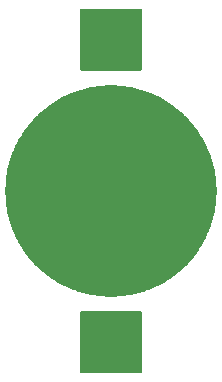
<source format=gbr>
G04 #@! TF.GenerationSoftware,KiCad,Pcbnew,7.0.9*
G04 #@! TF.CreationDate,2024-02-10T14:11:46+01:00*
G04 #@! TF.ProjectId,parasite,70617261-7369-4746-952e-6b696361645f,2.0.0*
G04 #@! TF.SameCoordinates,Original*
G04 #@! TF.FileFunction,Soldermask,Bot*
G04 #@! TF.FilePolarity,Negative*
%FSLAX46Y46*%
G04 Gerber Fmt 4.6, Leading zero omitted, Abs format (unit mm)*
G04 Created by KiCad (PCBNEW 7.0.9) date 2024-02-10 14:11:46*
%MOMM*%
%LPD*%
G01*
G04 APERTURE LIST*
G04 APERTURE END LIST*
G36*
X69669134Y-65358806D02*
G01*
X69685355Y-65369645D01*
X69696194Y-65385866D01*
X69700000Y-65405000D01*
X69700000Y-70505000D01*
X69696194Y-70524134D01*
X69685355Y-70540355D01*
X69669134Y-70551194D01*
X69650000Y-70555000D01*
X64550000Y-70555000D01*
X64530866Y-70551194D01*
X64514645Y-70540355D01*
X64503806Y-70524134D01*
X64500000Y-70505000D01*
X64500000Y-65405000D01*
X64503806Y-65385866D01*
X64514645Y-65369645D01*
X64530866Y-65358806D01*
X64550000Y-65355000D01*
X69650000Y-65355000D01*
X69669134Y-65358806D01*
G37*
G36*
X67250653Y-46209998D02*
G01*
X67399064Y-46209998D01*
X67541106Y-46219506D01*
X67685353Y-46224229D01*
X67841746Y-46239632D01*
X67995856Y-46249949D01*
X68130933Y-46268115D01*
X68268204Y-46281635D01*
X68429594Y-46308280D01*
X68588648Y-46329671D01*
X68716253Y-46355608D01*
X68846035Y-46377035D01*
X69011626Y-46415645D01*
X69174790Y-46448810D01*
X69294503Y-46481602D01*
X69416412Y-46510028D01*
X69585332Y-46561269D01*
X69751666Y-46606833D01*
X69863150Y-46645544D01*
X69976870Y-46680041D01*
X70148180Y-46744517D01*
X70316700Y-46803034D01*
X70419715Y-46846716D01*
X70524988Y-46886338D01*
X70697654Y-46964572D01*
X70867366Y-47036536D01*
X70961791Y-47084251D01*
X71058457Y-47128050D01*
X71231427Y-47220504D01*
X71401207Y-47306298D01*
X71486955Y-47357086D01*
X71574967Y-47404130D01*
X71747152Y-47511201D01*
X71915837Y-47611114D01*
X71992946Y-47664046D01*
X72072313Y-47713400D01*
X72242537Y-47835381D01*
X72408959Y-47949623D01*
X72477547Y-48003786D01*
X72548372Y-48054539D01*
X72715475Y-48191677D01*
X72878369Y-48320313D01*
X72938619Y-48374806D01*
X73001098Y-48426081D01*
X73163835Y-48578502D01*
X73321972Y-48721528D01*
X73374194Y-48775525D01*
X73428557Y-48826442D01*
X73585700Y-48994221D01*
X73737786Y-49151477D01*
X73782294Y-49204121D01*
X73828918Y-49253901D01*
X73979254Y-49437087D01*
X74123954Y-49608238D01*
X74161198Y-49658786D01*
X74200460Y-49706627D01*
X74342697Y-49905119D01*
X74478752Y-50089774D01*
X74509219Y-50137499D01*
X74541599Y-50182686D01*
X74674493Y-50396397D01*
X74800594Y-50593931D01*
X74824843Y-50638180D01*
X74850869Y-50680033D01*
X74973154Y-50908813D01*
X75088044Y-51118459D01*
X75106689Y-51158639D01*
X75126949Y-51196542D01*
X75237439Y-51440399D01*
X75339816Y-51661016D01*
X75353511Y-51696574D01*
X75368661Y-51730011D01*
X75466177Y-51989105D01*
X75554788Y-52219178D01*
X75564246Y-52249669D01*
X75574958Y-52278129D01*
X75658266Y-52552759D01*
X75731999Y-52790451D01*
X75737971Y-52815512D01*
X75744971Y-52838587D01*
X75812975Y-53130244D01*
X75870657Y-53372285D01*
X75873914Y-53391596D01*
X75877964Y-53408964D01*
X75929616Y-53721817D01*
X75970144Y-53962082D01*
X75971485Y-53975417D01*
X75973364Y-53986795D01*
X76007632Y-54334730D01*
X76030014Y-54557206D01*
X76030255Y-54564418D01*
X76030770Y-54569646D01*
X76046779Y-55058661D01*
X76050000Y-55155000D01*
X76046778Y-55251345D01*
X76030770Y-55740353D01*
X76030255Y-55745579D01*
X76030014Y-55752794D01*
X76007628Y-55975316D01*
X75973364Y-56323204D01*
X75971485Y-56334580D01*
X75970144Y-56347918D01*
X75929608Y-56588228D01*
X75877964Y-56901035D01*
X75873915Y-56918400D01*
X75870657Y-56937715D01*
X75812965Y-57179800D01*
X75744971Y-57471412D01*
X75737972Y-57494482D01*
X75731999Y-57519549D01*
X75658252Y-57757285D01*
X75574958Y-58031870D01*
X75564248Y-58060325D01*
X75554788Y-58090822D01*
X75466160Y-58320937D01*
X75368661Y-58579988D01*
X75353513Y-58613418D01*
X75339816Y-58648984D01*
X75237420Y-58869642D01*
X75126949Y-59113457D01*
X75106692Y-59151353D01*
X75088044Y-59191541D01*
X74973145Y-59401203D01*
X74850869Y-59629967D01*
X74824843Y-59671818D01*
X74800594Y-59716069D01*
X74674479Y-59913623D01*
X74541599Y-60127313D01*
X74509224Y-60172491D01*
X74478752Y-60220226D01*
X74342671Y-60404915D01*
X74200460Y-60603372D01*
X74161205Y-60651203D01*
X74123954Y-60701762D01*
X73979226Y-60872945D01*
X73828918Y-61056098D01*
X73782303Y-61105867D01*
X73737786Y-61158523D01*
X73585670Y-61315809D01*
X73428557Y-61483557D01*
X73374204Y-61534463D01*
X73321972Y-61588472D01*
X73163804Y-61731525D01*
X73001098Y-61883918D01*
X72938631Y-61935183D01*
X72878369Y-61989687D01*
X72715443Y-62118348D01*
X72548372Y-62255460D01*
X72477561Y-62306202D01*
X72408959Y-62360377D01*
X72242504Y-62474641D01*
X72072313Y-62596599D01*
X71992962Y-62645942D01*
X71915837Y-62698886D01*
X71747118Y-62798818D01*
X71574967Y-62905869D01*
X71486972Y-62952902D01*
X71401207Y-63003702D01*
X71231393Y-63089512D01*
X71058457Y-63181949D01*
X70961810Y-63225738D01*
X70867366Y-63273464D01*
X70697619Y-63345442D01*
X70524988Y-63423661D01*
X70419736Y-63463274D01*
X70316700Y-63506966D01*
X70148146Y-63565494D01*
X69976870Y-63629958D01*
X69863172Y-63664447D01*
X69751666Y-63703167D01*
X69585298Y-63748739D01*
X69416412Y-63799971D01*
X69294527Y-63828390D01*
X69174790Y-63861190D01*
X69011593Y-63894361D01*
X68846035Y-63932964D01*
X68716279Y-63954386D01*
X68588648Y-63980329D01*
X68429561Y-64001723D01*
X68268204Y-64028364D01*
X68130961Y-64041881D01*
X67995856Y-64060051D01*
X67841714Y-64070369D01*
X67685353Y-64085770D01*
X67541135Y-64090491D01*
X67399064Y-64100002D01*
X67250622Y-64100002D01*
X67100000Y-64104933D01*
X66949377Y-64100002D01*
X66800936Y-64100002D01*
X66658865Y-64090491D01*
X66514646Y-64085770D01*
X66358282Y-64070369D01*
X66204144Y-64060051D01*
X66069041Y-64041881D01*
X65931795Y-64028364D01*
X65770433Y-64001723D01*
X65611352Y-63980329D01*
X65483724Y-63954387D01*
X65353964Y-63932964D01*
X65188399Y-63894359D01*
X65025210Y-63861190D01*
X64905477Y-63828391D01*
X64783587Y-63799971D01*
X64614691Y-63748737D01*
X64448334Y-63703167D01*
X64336834Y-63664450D01*
X64223129Y-63629958D01*
X64051840Y-63565489D01*
X63883300Y-63506966D01*
X63780271Y-63463278D01*
X63675011Y-63423661D01*
X63502364Y-63345435D01*
X63332634Y-63273464D01*
X63238197Y-63225743D01*
X63141542Y-63181949D01*
X62968587Y-63089503D01*
X62798793Y-63003702D01*
X62713036Y-62952908D01*
X62625032Y-62905869D01*
X62452860Y-62798805D01*
X62284163Y-62698886D01*
X62207047Y-62645949D01*
X62127686Y-62596599D01*
X61957471Y-62474625D01*
X61791041Y-62360377D01*
X61722448Y-62306210D01*
X61651627Y-62255460D01*
X61484530Y-62118327D01*
X61321631Y-61989687D01*
X61261378Y-61935191D01*
X61198901Y-61883918D01*
X61036166Y-61731499D01*
X60878028Y-61588472D01*
X60825805Y-61534473D01*
X60771442Y-61483557D01*
X60614297Y-61315776D01*
X60462214Y-61158523D01*
X60417705Y-61105878D01*
X60371081Y-61056098D01*
X60220739Y-60872905D01*
X60076046Y-60701762D01*
X60038803Y-60651215D01*
X59999539Y-60603372D01*
X59857292Y-60404866D01*
X59721248Y-60220226D01*
X59690783Y-60172503D01*
X59658400Y-60127313D01*
X59525481Y-59913563D01*
X59399406Y-59716069D01*
X59375163Y-59671832D01*
X59349130Y-59629967D01*
X59226814Y-59401129D01*
X59111956Y-59191541D01*
X59093313Y-59151368D01*
X59073050Y-59113457D01*
X58962537Y-58869550D01*
X58860184Y-58648984D01*
X58846492Y-58613433D01*
X58831338Y-58579988D01*
X58733795Y-58320823D01*
X58645212Y-58090822D01*
X58635756Y-58060340D01*
X58625041Y-58031870D01*
X58541702Y-57757139D01*
X58468001Y-57519549D01*
X58462031Y-57494497D01*
X58455028Y-57471412D01*
X58386988Y-57179606D01*
X58329343Y-56937715D01*
X58326087Y-56918415D01*
X58322035Y-56901035D01*
X58270344Y-56587948D01*
X58229856Y-56347918D01*
X58228515Y-56334595D01*
X58226635Y-56323204D01*
X58192324Y-55974842D01*
X58169986Y-55752794D01*
X58169745Y-55745595D01*
X58169229Y-55740353D01*
X58153173Y-55249907D01*
X58150000Y-55155000D01*
X58153172Y-55060099D01*
X58169229Y-54569646D01*
X58169745Y-54564403D01*
X58169986Y-54557206D01*
X58192319Y-54335204D01*
X58226635Y-53986795D01*
X58228516Y-53975401D01*
X58229856Y-53962082D01*
X58270336Y-53722097D01*
X58322035Y-53408964D01*
X58326088Y-53391580D01*
X58329343Y-53372285D01*
X58386977Y-53130439D01*
X58455028Y-52838587D01*
X58462032Y-52815497D01*
X58468001Y-52790451D01*
X58541688Y-52552905D01*
X58625041Y-52278129D01*
X58635758Y-52249653D01*
X58645212Y-52219178D01*
X58733778Y-51989219D01*
X58831338Y-51730011D01*
X58846494Y-51696559D01*
X58860184Y-51661016D01*
X58962518Y-51440490D01*
X59073050Y-51196542D01*
X59093317Y-51158624D01*
X59111956Y-51118459D01*
X59226804Y-50908887D01*
X59349130Y-50680033D01*
X59375164Y-50638166D01*
X59399406Y-50593931D01*
X59525468Y-50396457D01*
X59658400Y-50182686D01*
X59690789Y-50137486D01*
X59721248Y-50089774D01*
X59857265Y-49905168D01*
X59999539Y-49706627D01*
X60038810Y-49658774D01*
X60076046Y-49608238D01*
X60220711Y-49437127D01*
X60371081Y-49253901D01*
X60417714Y-49204110D01*
X60462214Y-49151477D01*
X60614268Y-48994253D01*
X60771442Y-48826442D01*
X60825815Y-48775515D01*
X60878028Y-48721528D01*
X61036134Y-48578528D01*
X61198901Y-48426081D01*
X61261390Y-48374797D01*
X61321631Y-48320313D01*
X61484497Y-48191698D01*
X61651627Y-48054539D01*
X61722462Y-48003779D01*
X61791041Y-47949623D01*
X61957438Y-47835397D01*
X62127686Y-47713400D01*
X62207061Y-47664041D01*
X62284163Y-47611114D01*
X62452840Y-47511206D01*
X62625033Y-47404130D01*
X62713046Y-47357085D01*
X62798793Y-47306298D01*
X62968559Y-47220510D01*
X63141542Y-47128050D01*
X63238216Y-47084247D01*
X63332634Y-47036536D01*
X63502330Y-46964578D01*
X63675011Y-46886338D01*
X63780292Y-46846712D01*
X63883300Y-46803034D01*
X64051806Y-46744522D01*
X64223129Y-46680041D01*
X64336856Y-46645542D01*
X64448334Y-46606833D01*
X64614657Y-46561272D01*
X64783587Y-46510028D01*
X64905502Y-46481601D01*
X65025210Y-46448810D01*
X65188365Y-46415647D01*
X65353964Y-46377035D01*
X65483750Y-46355607D01*
X65611352Y-46329671D01*
X65770400Y-46308281D01*
X65931795Y-46281635D01*
X66069068Y-46268114D01*
X66204144Y-46249949D01*
X66358250Y-46239632D01*
X66514646Y-46224229D01*
X66658894Y-46219506D01*
X66800936Y-46209998D01*
X66949347Y-46209998D01*
X67100000Y-46205066D01*
X67250653Y-46209998D01*
G37*
G36*
X69669134Y-39758806D02*
G01*
X69685355Y-39769645D01*
X69696194Y-39785866D01*
X69700000Y-39805000D01*
X69700000Y-44905000D01*
X69696194Y-44924134D01*
X69685355Y-44940355D01*
X69669134Y-44951194D01*
X69650000Y-44955000D01*
X64550000Y-44955000D01*
X64530866Y-44951194D01*
X64514645Y-44940355D01*
X64503806Y-44924134D01*
X64500000Y-44905000D01*
X64500000Y-39805000D01*
X64503806Y-39785866D01*
X64514645Y-39769645D01*
X64530866Y-39758806D01*
X64550000Y-39755000D01*
X69650000Y-39755000D01*
X69669134Y-39758806D01*
G37*
M02*

</source>
